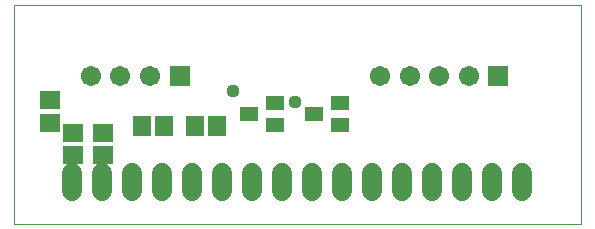
<source format=gts>
G75*
%MOIN*%
%OFA0B0*%
%FSLAX25Y25*%
%IPPOS*%
%LPD*%
%AMOC8*
5,1,8,0,0,1.08239X$1,22.5*
%
%ADD10C,0.00000*%
%ADD11C,0.06800*%
%ADD12R,0.06737X0.06737*%
%ADD13C,0.06737*%
%ADD14R,0.06706X0.05918*%
%ADD15R,0.05918X0.06706*%
%ADD16R,0.06312X0.04737*%
%ADD17C,0.04369*%
D10*
X0001610Y0001000D02*
X0190586Y0001000D01*
X0190586Y0073835D01*
X0001610Y0073835D01*
X0001610Y0001000D01*
D11*
X0020783Y0011780D02*
X0020783Y0017780D01*
X0030783Y0017780D02*
X0030783Y0011780D01*
X0040783Y0011780D02*
X0040783Y0017780D01*
X0050783Y0017780D02*
X0050783Y0011780D01*
X0060783Y0011780D02*
X0060783Y0017780D01*
X0070783Y0017780D02*
X0070783Y0011780D01*
X0080783Y0011780D02*
X0080783Y0017780D01*
X0090783Y0017780D02*
X0090783Y0011780D01*
X0100783Y0011780D02*
X0100783Y0017780D01*
X0110783Y0017780D02*
X0110783Y0011780D01*
X0120783Y0011780D02*
X0120783Y0017780D01*
X0130783Y0017780D02*
X0130783Y0011780D01*
X0140783Y0011780D02*
X0140783Y0017780D01*
X0150783Y0017780D02*
X0150783Y0011780D01*
X0160783Y0011780D02*
X0160783Y0017780D01*
X0170783Y0017780D02*
X0170783Y0011780D01*
D12*
X0163027Y0050213D03*
X0056728Y0050213D03*
D13*
X0046885Y0050213D03*
X0037043Y0050213D03*
X0027200Y0050213D03*
X0123657Y0050213D03*
X0133500Y0050213D03*
X0143342Y0050213D03*
X0153185Y0050213D03*
D14*
X0031137Y0031315D03*
X0021295Y0031315D03*
X0013421Y0034661D03*
X0013421Y0042142D03*
X0021295Y0023835D03*
X0031137Y0023835D03*
D15*
X0044130Y0033480D03*
X0051610Y0033480D03*
X0061846Y0033480D03*
X0069326Y0033480D03*
D16*
X0079956Y0037417D03*
X0088618Y0033677D03*
X0101610Y0037417D03*
X0110271Y0041157D03*
X0110271Y0033677D03*
X0088618Y0041157D03*
D17*
X0095114Y0041354D03*
X0074445Y0045291D03*
M02*

</source>
